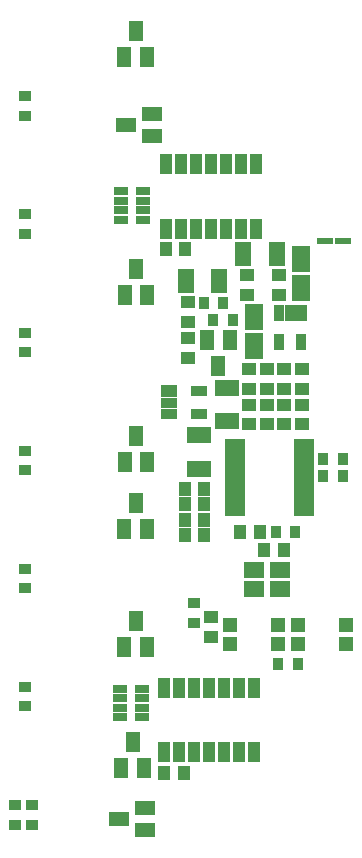
<source format=gbp>
G04*
G04 #@! TF.GenerationSoftware,Altium Limited,Altium Designer,20.0.12 (288)*
G04*
G04 Layer_Color=128*
%FSLAX44Y44*%
%MOMM*%
G71*
G01*
G75*
%ADD74R,1.0600X1.2100*%
%ADD75R,1.2100X1.0600*%
%ADD76R,0.9600X1.1100*%
%ADD77R,1.6600X1.4100*%
%ADD78R,1.0100X1.7100*%
%ADD79R,1.1600X0.6600*%
%ADD80R,1.1100X0.9600*%
%ADD81R,1.6600X1.2600*%
%ADD82R,1.2600X1.6600*%
%ADD83R,1.3600X0.9600*%
%ADD84R,1.3600X1.0600*%
%ADD85R,1.4600X2.0000*%
%ADD86R,1.1600X1.2600*%
%ADD87R,1.6600X0.7100*%
%ADD88R,2.0000X1.4600*%
%ADD89R,0.9600X1.3600*%
%ADD90R,1.0600X1.3600*%
%ADD91R,1.4100X0.5600*%
%ADD92R,1.5100X2.2100*%
D74*
X194250Y335000D02*
D03*
X177750D02*
D03*
X194250Y348000D02*
D03*
X177750D02*
D03*
X176750Y133750D02*
D03*
X160250D02*
D03*
X178000Y577000D02*
D03*
X161500D02*
D03*
X224750Y337000D02*
D03*
X241250D02*
D03*
X261250Y322000D02*
D03*
X244750D02*
D03*
X194250Y361000D02*
D03*
X177750D02*
D03*
X194250Y374000D02*
D03*
X177750D02*
D03*
D75*
X262000Y428750D02*
D03*
Y445250D02*
D03*
X179975Y501525D02*
D03*
Y485025D02*
D03*
X179975Y531775D02*
D03*
Y515275D02*
D03*
X232000Y428750D02*
D03*
Y445250D02*
D03*
X247000Y428750D02*
D03*
Y445250D02*
D03*
X276968Y428750D02*
D03*
Y445250D02*
D03*
X200000Y265250D02*
D03*
Y248750D02*
D03*
X230000Y538323D02*
D03*
Y554823D02*
D03*
X262000Y458750D02*
D03*
Y475250D02*
D03*
X247000Y458750D02*
D03*
Y475250D02*
D03*
X232000Y458750D02*
D03*
Y475250D02*
D03*
X277000D02*
D03*
Y458750D02*
D03*
X257000Y554823D02*
D03*
Y538323D02*
D03*
D76*
X271250Y337000D02*
D03*
X254750D02*
D03*
X193725Y531275D02*
D03*
X210225D02*
D03*
X218225Y517275D02*
D03*
X201725D02*
D03*
X311250Y385000D02*
D03*
X294750D02*
D03*
X311250Y399000D02*
D03*
X294750D02*
D03*
X273250Y226000D02*
D03*
X256750D02*
D03*
D77*
X258000Y289250D02*
D03*
Y305250D02*
D03*
X236000D02*
D03*
Y289250D02*
D03*
D78*
X161315Y648600D02*
D03*
X174015D02*
D03*
X186715D02*
D03*
X199415D02*
D03*
X212115D02*
D03*
X224815D02*
D03*
X237515D02*
D03*
X161315Y594100D02*
D03*
X174015D02*
D03*
X186715D02*
D03*
X199415D02*
D03*
X212115D02*
D03*
X224815D02*
D03*
X237515D02*
D03*
X160315Y205600D02*
D03*
X173015D02*
D03*
X185715D02*
D03*
X198415D02*
D03*
X211115D02*
D03*
X223815D02*
D03*
X236515D02*
D03*
X160315Y151100D02*
D03*
X173015D02*
D03*
X185715D02*
D03*
X198415D02*
D03*
X211115D02*
D03*
X223815D02*
D03*
X236515D02*
D03*
D79*
X123000Y180500D02*
D03*
Y188500D02*
D03*
Y196500D02*
D03*
Y204500D02*
D03*
X141000Y180500D02*
D03*
Y188500D02*
D03*
Y196500D02*
D03*
Y204500D02*
D03*
X124000Y602000D02*
D03*
Y610000D02*
D03*
Y618000D02*
D03*
Y626000D02*
D03*
X142000Y602000D02*
D03*
Y610000D02*
D03*
Y618000D02*
D03*
Y626000D02*
D03*
D80*
X34000Y89750D02*
D03*
Y106250D02*
D03*
X48000D02*
D03*
Y89750D02*
D03*
X42000Y206250D02*
D03*
Y189750D02*
D03*
Y306250D02*
D03*
Y289750D02*
D03*
Y506250D02*
D03*
Y489750D02*
D03*
Y406250D02*
D03*
Y389750D02*
D03*
Y606250D02*
D03*
Y589750D02*
D03*
Y706250D02*
D03*
Y689750D02*
D03*
X185000Y260750D02*
D03*
Y277250D02*
D03*
D81*
X144000Y104000D02*
D03*
Y85000D02*
D03*
X122000Y94500D02*
D03*
X150000Y691500D02*
D03*
Y672500D02*
D03*
X128000Y682000D02*
D03*
D82*
X143000Y137250D02*
D03*
X124000D02*
D03*
X133500Y159250D02*
D03*
X146000Y397000D02*
D03*
X127000D02*
D03*
X136500Y419000D02*
D03*
X145500Y240000D02*
D03*
X126500D02*
D03*
X136000Y262000D02*
D03*
X145500Y340000D02*
D03*
X126500D02*
D03*
X136000Y362000D02*
D03*
X145500Y740000D02*
D03*
X126500D02*
D03*
X136000Y762000D02*
D03*
X146000Y538000D02*
D03*
X127000D02*
D03*
X136500Y560000D02*
D03*
X205975Y478275D02*
D03*
X215475Y500275D02*
D03*
X196475D02*
D03*
D83*
X189530Y437490D02*
D03*
Y456490D02*
D03*
X164530Y446990D02*
D03*
Y437490D02*
D03*
D84*
Y456490D02*
D03*
D85*
X178375Y550275D02*
D03*
X206975D02*
D03*
X226700Y573000D02*
D03*
X255300D02*
D03*
D86*
X215750Y259000D02*
D03*
X256750D02*
D03*
X215750Y243000D02*
D03*
X256750D02*
D03*
X273500Y259000D02*
D03*
X314500D02*
D03*
X273500Y243000D02*
D03*
X314500D02*
D03*
D87*
X278750Y413000D02*
D03*
Y406500D02*
D03*
Y400000D02*
D03*
Y393500D02*
D03*
Y387000D02*
D03*
Y380500D02*
D03*
Y374000D02*
D03*
Y367500D02*
D03*
Y361000D02*
D03*
Y354500D02*
D03*
X219750Y413000D02*
D03*
Y406500D02*
D03*
Y400000D02*
D03*
Y393500D02*
D03*
Y387000D02*
D03*
Y380500D02*
D03*
Y374000D02*
D03*
Y367500D02*
D03*
Y361000D02*
D03*
Y354500D02*
D03*
D88*
X190000Y390700D02*
D03*
Y419300D02*
D03*
X212975Y430975D02*
D03*
Y459575D02*
D03*
D89*
X257000Y498000D02*
D03*
X276000D02*
D03*
X266500Y523000D02*
D03*
X257000D02*
D03*
D90*
X276000D02*
D03*
D91*
X296250Y584000D02*
D03*
X311750D02*
D03*
D92*
X276000Y544323D02*
D03*
Y568823D02*
D03*
X236000Y519250D02*
D03*
Y494750D02*
D03*
M02*

</source>
